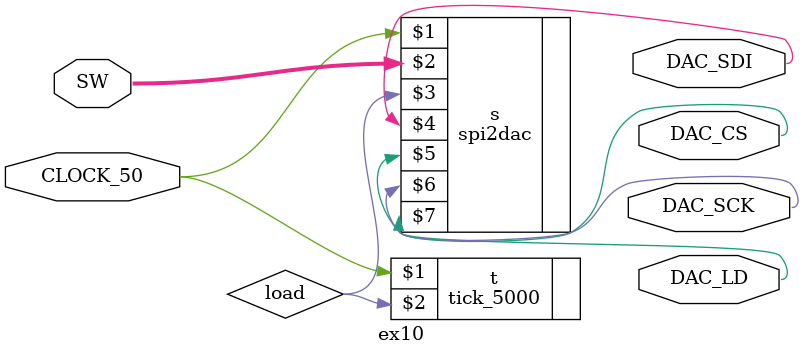
<source format=v>
module ex10(CLOCK_50, SW, DAC_CS, DAC_SDI, DAC_LD, DAC_SCK);

	input CLOCK_50;
	input [9:0] SW;
	output DAC_CS, DAC_SDI, DAC_LD, DAC_SCK;
	
	wire load;
	
	tick_5000 t(CLOCK_50, load);
	spi2dac s(CLOCK_50, SW, load, DAC_SDI, DAC_CS, DAC_SCK, DAC_LD);

endmodule
</source>
